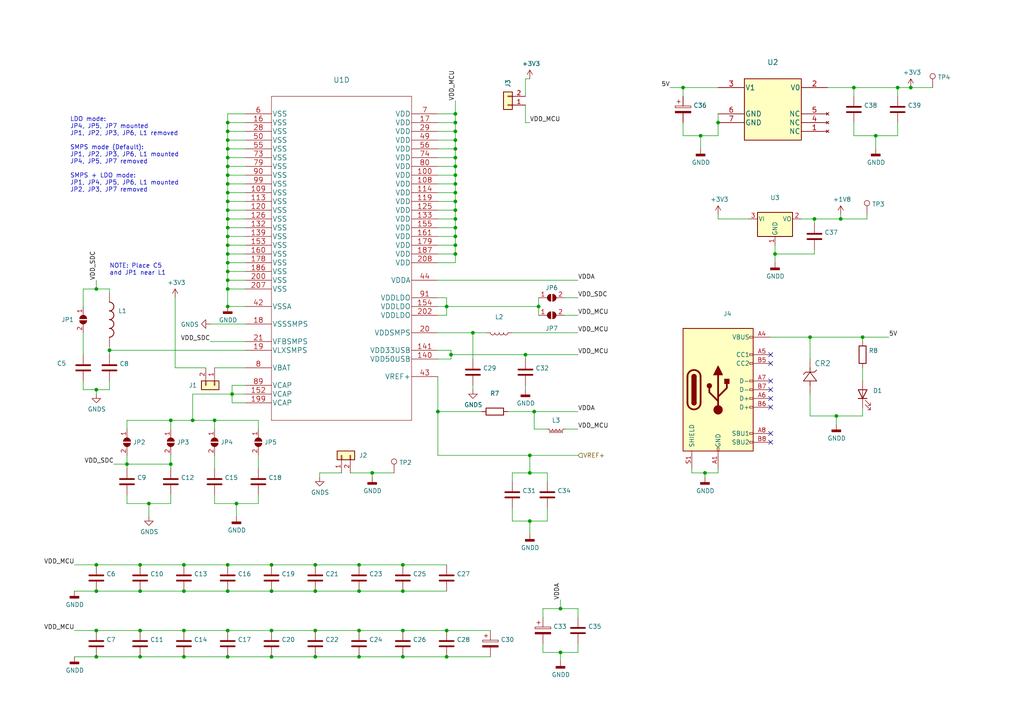
<source format=kicad_sch>
(kicad_sch (version 20211123) (generator eeschema)
  (paper "A4")
  (title_block (title "Power") (date "2021-11-20") (rev "Rev. 1") (company "HardGFX") (comment 1 "Esp. Eng. Sciarrone, Hanes Nahuel") (comment 2 "Magister in embedded systems") (comment 3 "UBA - Facultad de Ingeniería"))
  (junction (at 66.04 53.34))
  (junction (at 66.04 55.88))
  (junction (at 27.94 113.03))
  (junction (at 78.74 171.45))
  (junction (at 116.84 182.88))
  (junction (at 236.22 63.5))
  (junction (at 49.53 134.62))
  (junction (at 40.64 163.83))
  (junction (at 130.81 102.87))
  (junction (at 104.14 171.45))
  (junction (at 153.67 132.08))
  (junction (at 250.19 97.79))
  (junction (at 66.04 76.2))
  (junction (at 264.16 25.4))
  (junction (at 66.04 63.5))
  (junction (at 66.04 60.96))
  (junction (at 91.44 163.83))
  (junction (at 66.04 35.56))
  (junction (at 66.04 88.9))
  (junction (at 132.08 66.04))
  (junction (at 40.64 190.5))
  (junction (at 104.14 190.5))
  (junction (at 204.47 137.16))
  (junction (at 132.08 35.56))
  (junction (at 66.04 182.88))
  (junction (at 66.04 81.28))
  (junction (at 132.08 33.02))
  (junction (at 127 119.38))
  (junction (at 132.08 50.8))
  (junction (at 132.08 68.58))
  (junction (at 208.28 35.56))
  (junction (at 66.04 171.45))
  (junction (at 31.75 101.6))
  (junction (at 132.08 55.88))
  (junction (at 36.83 134.62))
  (junction (at 242.57 120.65))
  (junction (at 132.08 45.72))
  (junction (at 53.34 171.45))
  (junction (at 66.04 190.5))
  (junction (at 27.94 190.5))
  (junction (at 66.04 83.82))
  (junction (at 132.08 58.42))
  (junction (at 203.2 39.37))
  (junction (at 55.88 121.92))
  (junction (at 43.18 146.05))
  (junction (at 132.08 40.64))
  (junction (at 247.65 25.4))
  (junction (at 132.08 43.18))
  (junction (at 104.14 163.83))
  (junction (at 254 39.37))
  (junction (at 66.04 50.8))
  (junction (at 162.56 189.23))
  (junction (at 27.94 163.83))
  (junction (at 129.54 182.88))
  (junction (at 27.94 182.88))
  (junction (at 66.04 48.26))
  (junction (at 66.04 66.04))
  (junction (at 40.64 171.45))
  (junction (at 53.34 190.5))
  (junction (at 132.08 73.66))
  (junction (at 91.44 171.45))
  (junction (at 243.84 63.5))
  (junction (at 67.31 114.3))
  (junction (at 68.58 146.05))
  (junction (at 137.16 96.52))
  (junction (at 152.4 102.87))
  (junction (at 132.08 38.1))
  (junction (at 234.95 97.79))
  (junction (at 66.04 45.72))
  (junction (at 116.84 163.83))
  (junction (at 27.94 83.82))
  (junction (at 129.54 88.9))
  (junction (at 132.08 53.34))
  (junction (at 91.44 190.5))
  (junction (at 66.04 40.64))
  (junction (at 91.44 182.88))
  (junction (at 154.94 119.38))
  (junction (at 66.04 68.58))
  (junction (at 78.74 190.5))
  (junction (at 132.08 60.96))
  (junction (at 156.21 88.9))
  (junction (at 129.54 190.5))
  (junction (at 27.94 171.45))
  (junction (at 78.74 182.88))
  (junction (at 62.23 121.92))
  (junction (at 153.67 137.16))
  (junction (at 66.04 43.18))
  (junction (at 66.04 38.1))
  (junction (at 40.64 182.88))
  (junction (at 53.34 182.88))
  (junction (at 66.04 71.12))
  (junction (at 153.67 151.13))
  (junction (at 53.34 163.83))
  (junction (at 260.35 25.4))
  (junction (at 132.08 48.26))
  (junction (at 66.04 163.83))
  (junction (at 198.12 25.4))
  (junction (at 116.84 171.45))
  (junction (at 66.04 78.74))
  (junction (at 107.95 137.16))
  (junction (at 66.04 73.66))
  (junction (at 162.56 176.53))
  (junction (at 78.74 163.83))
  (junction (at 132.08 71.12))
  (junction (at 224.79 73.66))
  (junction (at 116.84 190.5))
  (junction (at 104.14 182.88))
  (junction (at 49.53 121.92))
  (junction (at 132.08 63.5))
  (junction (at 66.04 58.42))
  (no_connect (at 223.52 110.49))
  (no_connect (at 223.52 113.03))
  (no_connect (at 223.52 115.57))
  (no_connect (at 223.52 128.27))
  (no_connect (at 223.52 105.41))
  (no_connect (at 223.52 125.73))
  (no_connect (at 223.52 118.11))
  (no_connect (at 223.52 102.87))
  (wire (pts (xy 242.57 120.65) (xy 242.57 123.19)))
  (wire (pts (xy 162.56 189.23) (xy 162.56 191.77)))
  (wire (pts (xy 132.08 58.42) (xy 132.08 55.88)))
  (wire (pts (xy 250.19 118.11) (xy 250.19 120.65)))
  (wire (pts (xy 31.75 113.03) (xy 27.94 113.03)))
  (wire (pts (xy 71.12 68.58) (xy 66.04 68.58)))
  (wire (pts (xy 224.79 76.2) (xy 224.79 73.66)))
  (wire (pts (xy 60.96 99.06) (xy 71.12 99.06)))
  (wire (pts (xy 62.23 106.68) (xy 71.12 106.68)))
  (wire (pts (xy 198.12 25.4) (xy 198.12 27.94)))
  (wire (pts (xy 74.93 146.05) (xy 68.58 146.05)))
  (wire (pts (xy 27.94 163.83) (xy 21.59 163.83)))
  (wire (pts (xy 132.08 76.2) (xy 132.08 73.66)))
  (wire (pts (xy 127 38.1) (xy 132.08 38.1)))
  (wire (pts (xy 49.53 135.89) (xy 49.53 134.62)))
  (wire (pts (xy 49.53 134.62) (xy 36.83 134.62)))
  (wire (pts (xy 127 68.58) (xy 132.08 68.58)))
  (wire (pts (xy 71.12 58.42) (xy 66.04 58.42)))
  (wire (pts (xy 66.04 68.58) (xy 66.04 71.12)))
  (wire (pts (xy 24.13 113.03) (xy 27.94 113.03)))
  (wire (pts (xy 148.59 151.13) (xy 153.67 151.13)))
  (wire (pts (xy 204.47 137.16) (xy 204.47 138.43)))
  (wire (pts (xy 132.08 48.26) (xy 132.08 45.72)))
  (wire (pts (xy 71.12 35.56) (xy 66.04 35.56)))
  (wire (pts (xy 66.04 45.72) (xy 66.04 48.26)))
  (wire (pts (xy 74.93 132.08) (xy 74.93 135.89)))
  (wire (pts (xy 250.19 97.79) (xy 250.19 99.06)))
  (wire (pts (xy 137.16 96.52) (xy 127 96.52)))
  (wire (pts (xy 132.08 33.02) (xy 132.08 29.21)))
  (wire (pts (xy 152.4 30.48) (xy 152.4 35.56)))
  (wire (pts (xy 129.54 171.45) (xy 116.84 171.45)))
  (wire (pts (xy 67.31 114.3) (xy 67.31 116.84)))
  (wire (pts (xy 71.12 50.8) (xy 66.04 50.8)))
  (wire (pts (xy 99.06 137.16) (xy 92.71 137.16)))
  (wire (pts (xy 200.66 137.16) (xy 204.47 137.16)))
  (wire (pts (xy 116.84 182.88) (xy 104.14 182.88)))
  (wire (pts (xy 71.12 81.28) (xy 66.04 81.28)))
  (wire (pts (xy 31.75 102.87) (xy 31.75 101.6)))
  (wire (pts (xy 208.28 33.02) (xy 208.28 35.56)))
  (wire (pts (xy 53.34 182.88) (xy 66.04 182.88)))
  (wire (pts (xy 152.4 111.76) (xy 152.4 113.03)))
  (wire (pts (xy 142.24 190.5) (xy 129.54 190.5)))
  (wire (pts (xy 127 66.04) (xy 132.08 66.04)))
  (wire (pts (xy 50.8 106.68) (xy 59.69 106.68)))
  (wire (pts (xy 251.46 63.5) (xy 251.46 62.23)))
  (wire (pts (xy 49.53 134.62) (xy 49.53 132.08)))
  (wire (pts (xy 71.12 60.96) (xy 66.04 60.96)))
  (wire (pts (xy 132.08 71.12) (xy 132.08 68.58)))
  (wire (pts (xy 247.65 25.4) (xy 260.35 25.4)))
  (wire (pts (xy 158.75 124.46) (xy 154.94 124.46)))
  (wire (pts (xy 208.28 39.37) (xy 203.2 39.37)))
  (wire (pts (xy 127 48.26) (xy 132.08 48.26)))
  (wire (pts (xy 104.14 190.5) (xy 91.44 190.5)))
  (wire (pts (xy 129.54 190.5) (xy 116.84 190.5)))
  (wire (pts (xy 234.95 97.79) (xy 250.19 97.79)))
  (wire (pts (xy 33.02 134.62) (xy 36.83 134.62)))
  (wire (pts (xy 71.12 55.88) (xy 66.04 55.88)))
  (wire (pts (xy 127 33.02) (xy 132.08 33.02)))
  (wire (pts (xy 36.83 134.62) (xy 36.83 132.08)))
  (wire (pts (xy 71.12 101.6) (xy 31.75 101.6)))
  (wire (pts (xy 129.54 91.44) (xy 127 91.44)))
  (wire (pts (xy 153.67 132.08) (xy 127 132.08)))
  (wire (pts (xy 91.44 190.5) (xy 78.74 190.5)))
  (wire (pts (xy 153.67 132.08) (xy 153.67 137.16)))
  (wire (pts (xy 158.75 137.16) (xy 158.75 139.7)))
  (wire (pts (xy 130.81 104.14) (xy 127 104.14)))
  (wire (pts (xy 127 58.42) (xy 132.08 58.42)))
  (wire (pts (xy 27.94 190.5) (xy 21.59 190.5)))
  (wire (pts (xy 250.19 106.68) (xy 250.19 110.49)))
  (wire (pts (xy 40.64 182.88) (xy 53.34 182.88)))
  (wire (pts (xy 67.31 111.76) (xy 67.31 114.3)))
  (wire (pts (xy 71.12 83.82) (xy 66.04 83.82)))
  (wire (pts (xy 208.28 62.23) (xy 208.28 63.5)))
  (wire (pts (xy 50.8 86.36) (xy 50.8 106.68)))
  (wire (pts (xy 62.23 146.05) (xy 68.58 146.05)))
  (wire (pts (xy 132.08 60.96) (xy 132.08 58.42)))
  (wire (pts (xy 236.22 72.39) (xy 236.22 73.66)))
  (wire (pts (xy 66.04 40.64) (xy 66.04 43.18)))
  (wire (pts (xy 66.04 71.12) (xy 66.04 73.66)))
  (wire (pts (xy 66.04 53.34) (xy 66.04 55.88)))
  (wire (pts (xy 24.13 83.82) (xy 27.94 83.82)))
  (wire (pts (xy 127 73.66) (xy 132.08 73.66)))
  (wire (pts (xy 132.08 40.64) (xy 132.08 38.1)))
  (wire (pts (xy 66.04 78.74) (xy 66.04 81.28)))
  (wire (pts (xy 68.58 146.05) (xy 68.58 149.86)))
  (wire (pts (xy 24.13 96.52) (xy 24.13 102.87)))
  (wire (pts (xy 234.95 104.14) (xy 234.95 97.79)))
  (wire (pts (xy 66.04 182.88) (xy 78.74 182.88)))
  (wire (pts (xy 66.04 58.42) (xy 66.04 60.96)))
  (wire (pts (xy 66.04 83.82) (xy 66.04 88.9)))
  (wire (pts (xy 127 119.38) (xy 127 109.22)))
  (wire (pts (xy 24.13 88.9) (xy 24.13 83.82)))
  (wire (pts (xy 31.75 85.09) (xy 31.75 83.82)))
  (wire (pts (xy 71.12 63.5) (xy 66.04 63.5)))
  (wire (pts (xy 71.12 43.18) (xy 66.04 43.18)))
  (wire (pts (xy 208.28 25.4) (xy 198.12 25.4)))
  (wire (pts (xy 158.75 151.13) (xy 158.75 147.32)))
  (wire (pts (xy 71.12 73.66) (xy 66.04 73.66)))
  (wire (pts (xy 250.19 120.65) (xy 242.57 120.65)))
  (wire (pts (xy 127 55.88) (xy 132.08 55.88)))
  (wire (pts (xy 66.04 66.04) (xy 66.04 68.58)))
  (wire (pts (xy 147.32 119.38) (xy 154.94 119.38)))
  (wire (pts (xy 62.23 135.89) (xy 62.23 132.08)))
  (wire (pts (xy 200.66 135.89) (xy 200.66 137.16)))
  (wire (pts (xy 132.08 38.1) (xy 132.08 35.56)))
  (wire (pts (xy 254 39.37) (xy 254 43.18)))
  (wire (pts (xy 154.94 124.46) (xy 154.94 119.38)))
  (wire (pts (xy 162.56 176.53) (xy 162.56 173.99)))
  (wire (pts (xy 127 86.36) (xy 129.54 86.36)))
  (wire (pts (xy 257.81 97.79) (xy 250.19 97.79)))
  (wire (pts (xy 91.44 182.88) (xy 104.14 182.88)))
  (wire (pts (xy 71.12 66.04) (xy 66.04 66.04)))
  (wire (pts (xy 27.94 113.03) (xy 27.94 114.3)))
  (wire (pts (xy 55.88 121.92) (xy 62.23 121.92)))
  (wire (pts (xy 152.4 35.56) (xy 153.67 35.56)))
  (wire (pts (xy 71.12 45.72) (xy 66.04 45.72)))
  (wire (pts (xy 154.94 119.38) (xy 167.64 119.38)))
  (wire (pts (xy 139.7 119.38) (xy 127 119.38)))
  (wire (pts (xy 260.35 27.94) (xy 260.35 25.4)))
  (wire (pts (xy 208.28 135.89) (xy 208.28 137.16)))
  (wire (pts (xy 127 71.12) (xy 132.08 71.12)))
  (wire (pts (xy 71.12 114.3) (xy 67.31 114.3)))
  (wire (pts (xy 36.83 135.89) (xy 36.83 134.62)))
  (wire (pts (xy 78.74 190.5) (xy 66.04 190.5)))
  (wire (pts (xy 66.04 50.8) (xy 66.04 53.34)))
  (wire (pts (xy 66.04 171.45) (xy 53.34 171.45)))
  (wire (pts (xy 71.12 53.34) (xy 66.04 53.34)))
  (wire (pts (xy 247.65 39.37) (xy 254 39.37)))
  (wire (pts (xy 66.04 55.88) (xy 66.04 58.42)))
  (wire (pts (xy 156.21 86.36) (xy 156.21 88.9)))
  (wire (pts (xy 27.94 182.88) (xy 40.64 182.88)))
  (wire (pts (xy 36.83 143.51) (xy 36.83 146.05)))
  (wire (pts (xy 132.08 68.58) (xy 132.08 66.04)))
  (wire (pts (xy 157.48 179.07) (xy 157.48 176.53)))
  (wire (pts (xy 116.84 163.83) (xy 104.14 163.83)))
  (wire (pts (xy 71.12 40.64) (xy 66.04 40.64)))
  (wire (pts (xy 234.95 120.65) (xy 242.57 120.65)))
  (wire (pts (xy 167.64 96.52) (xy 148.59 96.52)))
  (wire (pts (xy 260.35 35.56) (xy 260.35 39.37)))
  (wire (pts (xy 132.08 35.56) (xy 132.08 33.02)))
  (wire (pts (xy 152.4 22.86) (xy 153.67 22.86)))
  (wire (pts (xy 49.53 146.05) (xy 43.18 146.05)))
  (wire (pts (xy 129.54 88.9) (xy 129.54 91.44)))
  (wire (pts (xy 71.12 48.26) (xy 66.04 48.26)))
  (wire (pts (xy 66.04 190.5) (xy 53.34 190.5)))
  (wire (pts (xy 36.83 121.92) (xy 49.53 121.92)))
  (wire (pts (xy 66.04 73.66) (xy 66.04 76.2)))
  (wire (pts (xy 260.35 25.4) (xy 264.16 25.4)))
  (wire (pts (xy 198.12 39.37) (xy 203.2 39.37)))
  (wire (pts (xy 71.12 38.1) (xy 66.04 38.1)))
  (wire (pts (xy 130.81 102.87) (xy 130.81 104.14)))
  (wire (pts (xy 53.34 171.45) (xy 40.64 171.45)))
  (wire (pts (xy 127 60.96) (xy 132.08 60.96)))
  (wire (pts (xy 116.84 190.5) (xy 104.14 190.5)))
  (wire (pts (xy 101.6 137.16) (xy 107.95 137.16)))
  (wire (pts (xy 67.31 114.3) (xy 55.88 114.3)))
  (wire (pts (xy 127 63.5) (xy 132.08 63.5)))
  (wire (pts (xy 66.04 33.02) (xy 66.04 35.56)))
  (wire (pts (xy 223.52 97.79) (xy 234.95 97.79)))
  (wire (pts (xy 140.97 96.52) (xy 137.16 96.52)))
  (wire (pts (xy 55.88 114.3) (xy 55.88 121.92)))
  (wire (pts (xy 49.53 121.92) (xy 49.53 124.46)))
  (wire (pts (xy 152.4 27.94) (xy 152.4 22.86)))
  (wire (pts (xy 163.83 86.36) (xy 167.64 86.36)))
  (wire (pts (xy 129.54 163.83) (xy 116.84 163.83)))
  (wire (pts (xy 236.22 73.66) (xy 224.79 73.66)))
  (wire (pts (xy 153.67 151.13) (xy 158.75 151.13)))
  (wire (pts (xy 71.12 78.74) (xy 66.04 78.74)))
  (wire (pts (xy 71.12 93.98) (xy 60.96 93.98)))
  (wire (pts (xy 156.21 88.9) (xy 129.54 88.9)))
  (wire (pts (xy 78.74 182.88) (xy 91.44 182.88)))
  (wire (pts (xy 92.71 137.16) (xy 92.71 138.43)))
  (wire (pts (xy 157.48 186.69) (xy 157.48 189.23)))
  (wire (pts (xy 21.59 182.88) (xy 27.94 182.88)))
  (wire (pts (xy 40.64 163.83) (xy 27.94 163.83)))
  (wire (pts (xy 74.93 143.51) (xy 74.93 146.05)))
  (wire (pts (xy 66.04 76.2) (xy 66.04 78.74)))
  (wire (pts (xy 127 35.56) (xy 132.08 35.56)))
  (wire (pts (xy 243.84 63.5) (xy 251.46 63.5)))
  (wire (pts (xy 66.04 81.28) (xy 66.04 83.82)))
  (wire (pts (xy 127 43.18) (xy 132.08 43.18)))
  (wire (pts (xy 66.04 43.18) (xy 66.04 45.72)))
  (wire (pts (xy 74.93 121.92) (xy 62.23 121.92)))
  (wire (pts (xy 71.12 71.12) (xy 66.04 71.12)))
  (wire (pts (xy 66.04 48.26) (xy 66.04 50.8)))
  (wire (pts (xy 114.3 137.16) (xy 107.95 137.16)))
  (wire (pts (xy 74.93 124.46) (xy 74.93 121.92)))
  (wire (pts (xy 66.04 60.96) (xy 66.04 63.5)))
  (wire (pts (xy 71.12 111.76) (xy 67.31 111.76)))
  (wire (pts (xy 62.23 121.92) (xy 62.23 124.46)))
  (wire (pts (xy 71.12 88.9) (xy 66.04 88.9)))
  (wire (pts (xy 132.08 53.34) (xy 132.08 50.8)))
  (wire (pts (xy 137.16 113.03) (xy 137.16 111.76)))
  (wire (pts (xy 260.35 39.37) (xy 254 39.37)))
  (wire (pts (xy 194.31 25.4) (xy 198.12 25.4)))
  (wire (pts (xy 247.65 25.4) (xy 247.65 27.94)))
  (wire (pts (xy 91.44 163.83) (xy 78.74 163.83)))
  (wire (pts (xy 232.41 63.5) (xy 236.22 63.5)))
  (wire (pts (xy 153.67 151.13) (xy 153.67 154.94)))
  (wire (pts (xy 167.64 176.53) (xy 162.56 176.53)))
  (wire (pts (xy 132.08 45.72) (xy 132.08 43.18)))
  (wire (pts (xy 129.54 182.88) (xy 116.84 182.88)))
  (wire (pts (xy 71.12 76.2) (xy 66.04 76.2)))
  (wire (pts (xy 24.13 110.49) (xy 24.13 113.03)))
  (wire (pts (xy 167.64 81.28) (xy 127 81.28)))
  (wire (pts (xy 27.94 83.82) (xy 27.94 81.28)))
  (wire (pts (xy 167.64 132.08) (xy 153.67 132.08)))
  (wire (pts (xy 31.75 83.82) (xy 27.94 83.82)))
  (wire (pts (xy 127 45.72) (xy 132.08 45.72)))
  (wire (pts (xy 127 76.2) (xy 132.08 76.2)))
  (wire (pts (xy 43.18 146.05) (xy 43.18 149.86)))
  (wire (pts (xy 247.65 35.56) (xy 247.65 39.37)))
  (wire (pts (xy 71.12 33.02) (xy 66.04 33.02)))
  (wire (pts (xy 40.64 190.5) (xy 27.94 190.5)))
  (wire (pts (xy 208.28 35.56) (xy 208.28 39.37)))
  (wire (pts (xy 132.08 55.88) (xy 132.08 53.34)))
  (wire (pts (xy 137.16 104.14) (xy 137.16 96.52)))
  (wire (pts (xy 36.83 124.46) (xy 36.83 121.92)))
  (wire (pts (xy 152.4 104.14) (xy 152.4 102.87)))
  (wire (pts (xy 224.79 73.66) (xy 224.79 71.12)))
  (wire (pts (xy 127 132.08) (xy 127 119.38)))
  (wire (pts (xy 78.74 163.83) (xy 66.04 163.83)))
  (wire (pts (xy 132.08 73.66) (xy 132.08 71.12)))
  (wire (pts (xy 132.08 50.8) (xy 132.08 48.26)))
  (wire (pts (xy 49.53 143.51) (xy 49.53 146.05)))
  (wire (pts (xy 40.64 171.45) (xy 27.94 171.45)))
  (wire (pts (xy 31.75 100.33) (xy 31.75 101.6)))
  (wire (pts (xy 142.24 182.88) (xy 129.54 182.88)))
  (wire (pts (xy 167.64 91.44) (xy 163.83 91.44)))
  (wire (pts (xy 66.04 35.56) (xy 66.04 38.1)))
  (wire (pts (xy 130.81 102.87) (xy 152.4 102.87)))
  (wire (pts (xy 127 88.9) (xy 129.54 88.9)))
  (wire (pts (xy 132.08 43.18) (xy 132.08 40.64)))
  (wire (pts (xy 208.28 137.16) (xy 204.47 137.16)))
  (wire (pts (xy 66.04 163.83) (xy 53.34 163.83)))
  (wire (pts (xy 167.64 124.46) (xy 163.83 124.46)))
  (wire (pts (xy 116.84 171.45) (xy 104.14 171.45)))
  (wire (pts (xy 167.64 179.07) (xy 167.64 176.53)))
  (wire (pts (xy 152.4 102.87) (xy 167.64 102.87)))
  (wire (pts (xy 208.28 63.5) (xy 217.17 63.5)))
  (wire (pts (xy 148.59 139.7) (xy 148.59 137.16)))
  (wire (pts (xy 236.22 64.77) (xy 236.22 63.5)))
  (wire (pts (xy 66.04 38.1) (xy 66.04 40.64)))
  (wire (pts (xy 157.48 176.53) (xy 162.56 176.53)))
  (wire (pts (xy 236.22 63.5) (xy 243.84 63.5)))
  (wire (pts (xy 240.03 25.4) (xy 247.65 25.4)))
  (wire (pts (xy 234.95 114.3) (xy 234.95 120.65)))
  (wire (pts (xy 67.31 116.84) (xy 71.12 116.84)))
  (wire (pts (xy 78.74 171.45) (xy 66.04 171.45)))
  (wire (pts (xy 157.48 189.23) (xy 162.56 189.23)))
  (wire (pts (xy 53.34 163.83) (xy 40.64 163.83)))
  (wire (pts (xy 104.14 171.45) (xy 91.44 171.45)))
  (wire (pts (xy 153.67 137.16) (xy 158.75 137.16)))
  (wire (pts (xy 198.12 35.56) (xy 198.12 39.37)))
  (wire (pts (xy 127 50.8) (xy 132.08 50.8)))
  (wire (pts (xy 62.23 143.51) (xy 62.23 146.05)))
  (wire (pts (xy 132.08 66.04) (xy 132.08 63.5)))
  (wire (pts (xy 127 40.64) (xy 132.08 40.64)))
  (wire (pts (xy 243.84 63.5) (xy 243.84 62.23)))
  (wire (pts (xy 148.59 137.16) (xy 153.67 137.16)))
  (wire (pts (xy 66.04 63.5) (xy 66.04 66.04)))
  (wire (pts (xy 130.81 101.6) (xy 130.81 102.87)))
  (wire (pts (xy 91.44 171.45) (xy 78.74 171.45)))
  (wire (pts (xy 129.54 86.36) (xy 129.54 88.9)))
  (wire (pts (xy 203.2 39.37) (xy 203.2 43.18)))
  (wire (pts (xy 36.83 146.05) (xy 43.18 146.05)))
  (wire (pts (xy 107.95 137.16) (xy 107.95 138.43)))
  (wire (pts (xy 53.34 190.5) (xy 40.64 190.5)))
  (wire (pts (xy 31.75 110.49) (xy 31.75 113.03)))
  (wire (pts (xy 27.94 171.45) (xy 21.59 171.45)))
  (wire (pts (xy 127 53.34) (xy 132.08 53.34)))
  (wire (pts (xy 132.08 63.5) (xy 132.08 60.96)))
  (wire (pts (xy 104.14 163.83) (xy 91.44 163.83)))
  (wire (pts (xy 167.64 189.23) (xy 162.56 189.23)))
  (wire (pts (xy 156.21 88.9) (xy 156.21 91.44)))
  (wire (pts (xy 167.64 186.69) (xy 167.64 189.23)))
  (wire (pts (xy 264.16 25.4) (xy 270.51 25.4)))
  (wire (pts (xy 127 101.6) (xy 130.81 101.6)))
  (wire (pts (xy 148.59 147.32) (xy 148.59 151.13)))
  (wire (pts (xy 49.53 121.92) (xy 55.88 121.92)))
  (text "LDO mode:\nJP4, JP5, JP7 mounted\nJP1, JP2, JP3, JP6, L1 removed\n\nSMPS mode (Default):\nJP1, JP2, JP3, JP6, L1 mounted\nJP4, JP5, JP7 removed\n\nSMPS + LDO mode:\nJP1, JP4, JP5, JP6, L1 mounted\nJP2, JP3, JP7 removed" (at 20.32 55.88 0) (effects (font (size 1.27 1.27)) (justify left bottom)))
  (text "NOTE: Place C5 \nand JP1 near L1" (at 31.75 80.01 0) (effects (font (size 1.27 1.27)) (justify left bottom)))
  (label "VDDA" (at 167.64 81.28 0))
  (label "VDD_MCU" (at 21.59 182.88 180))
  (label "VDD_MCU" (at 167.64 102.87 0))
  (label "VDDA" (at 167.64 119.38 0))
  (label "VDD_SDC" (at 167.64 86.36 0))
  (label "VDD_MCU" (at 153.67 35.56 0))
  (label "VDD_MCU" (at 132.08 29.21 90))
  (label "VDD_SDC" (at 27.94 81.28 90))
  (label "5V" (at 257.81 97.79 0))
  (label "VDDA" (at 162.56 173.99 90))
  (label "5V" (at 194.31 25.4 180))
  (label "VDD_SDC" (at 60.96 99.06 180))
  (label "VDD_MCU" (at 21.59 163.83 180))
  (label "VDD_MCU" (at 167.64 96.52 0))
  (label "VDD_SDC" (at 33.02 134.62 180))
  (label "VDD_MCU" (at 167.64 91.44 0))
  (label "VDD_MCU" (at 167.64 124.46 0))
  (hierarchical_label "VREF+" (shape input) (at 167.64 132.08 0))
  (symbol (lib_id "Connector:USB_C_Receptacle_USB2.0") (at 208.28 113.03 0) (unit 1)
    (property "Reference" "J4" (at 210.9978 91.0082 0))
    (property "Datasheet" "https://www.amphenol-icc.com/media/wysiwyg/files/drawing/12401610e4x2a.pdf" (effects hide))
    (property "MANUFACTURER" "Amphenol ICC (Commercial Products)" (effects hide))
    (property "digikey#" "12401610E4#2ACT-ND" (effects hide))
    (property "manf#" "12401610E4#2A" (effects hide))
    (property "mouser#" "523-12401610E4#2A" (effects hide))
  )
  (symbol (lib_id "STM32H745BIT3:STM32H745BIT3") (at 71.12 33.02 0) (unit 4)
    (property "Reference" "U1" (at 99.06 23.1902 0) (effects (font (size 1.524 1.524))))
    (property "Datasheet" "https://www.st.com/resource/en/datasheet/stm32h745bi.pdf" (effects hide))
    (property "manf#" "STM32H745BIT6 " (effects hide))
    (property "MANUFACTURER" "STMicroelectronics " (effects hide))
  )
  (symbol (lib_id "power:GNDD") (at 66.04 88.9 0) (unit 1)
    (property "Reference" "#PWR0109" (effects hide))
  )
  (symbol (lib_id "Jumper:SolderJumper_2_Open") (at 160.02 86.36 0) (unit 1)
    (property "Reference" "JP6" (at 160.02 83.4898 0))
    (property "Datasheet" "-" (effects hide))
  )
  (symbol (lib_id "Jumper:SolderJumper_2_Open") (at 160.02 91.44 0) (unit 1)
    (property "Reference" "JP7" (at 160.02 95.25 0))
    (property "Datasheet" "-" (effects hide))
  )
  (symbol (lib_id "Jumper:SolderJumper_2_Open") (at 74.93 128.27 270) (unit 1)
    (property "Reference" "JP5" (at 76.6572 128.27 90) (effects (justify left)))
    (property "Datasheet" "-" (effects hide))
  )
  (symbol (lib_id "Jumper:SolderJumper_2_Open") (at 62.23 128.27 270) (unit 1)
    (property "Reference" "JP4" (at 63.9572 128.27 90) (effects (justify left)))
    (property "Datasheet" "-" (effects hide))
  )
  (symbol (lib_id "Jumper:SolderJumper_2_Open") (at 49.53 128.27 270) (unit 1)
    (property "Reference" "JP3" (at 51.2572 128.27 90) (effects (justify left)))
    (property "Datasheet" "-" (effects hide))
  )
  (symbol (lib_id "Jumper:SolderJumper_2_Open") (at 36.83 128.27 270) (unit 1)
    (property "Reference" "JP2" (at 38.5572 128.27 90) (effects (justify left)))
    (property "Datasheet" "-" (effects hide))
  )
  (symbol (lib_id "power:GNDD") (at 68.58 149.86 0) (unit 1)
    (property "Reference" "#PWR0110" (effects hide))
  )
  (symbol (lib_id "power:GNDS") (at 43.18 149.86 0) (unit 1)
    (property "Reference" "#PWR0111" (effects hide))
  )
  (symbol (lib_id "Device:C") (at 74.93 139.7 0) (unit 1)
    (property "Reference" "C18" (at 77.851 138.5316 0) (effects (justify left)))
    (property "Datasheet" "https://www.yageo.com/upload/media/product/productsearch/datasheet/mlcc/UPY-GPHC_X5R_4V-to-50V_26.pdf" (effects hide))
    (property "MANUFACTURER" "YAGEO" (effects hide))
    (property "digikey#" "311-1451-1-ND" (effects hide))
    (property "manf#" "CC0603KRX5R6BB225" (effects hide))
    (property "mouser#" "603-CC603KRX5R6BB225" (effects hide))
  )
  (symbol (lib_id "Device:C") (at 62.23 139.7 0) (unit 1)
    (property "Reference" "C15" (at 65.151 138.5316 0) (effects (justify left)))
    (property "Datasheet" "https://www.yageo.com/upload/media/product/productsearch/datasheet/mlcc/UPY-GPHC_X5R_4V-to-50V_26.pdf" (effects hide))
    (property "MANUFACTURER" "YAGEO" (effects hide))
    (property "digikey#" "311-1451-1-ND" (effects hide))
    (property "manf#" "CC0603KRX5R6BB225" (effects hide))
    (property "mouser#" "603-CC603KRX5R6BB225" (effects hide))
  )
  (symbol (lib_id "Device:C") (at 49.53 139.7 0) (unit 1)
    (property "Reference" "C12" (at 52.451 138.5316 0) (effects (justify left)))
    (property "Datasheet" "https://pdf1.alldatasheet.net/datasheet-pdf/view/1194724/MURATA1/GRM219R60J475ME19D.html" (effects hide))
    (property "MANUFACTURER" "Murata Electronics" (effects hide))
    (property "digikey#" "490-GRM219R60J475ME19DTR-ND" (effects hide))
    (property "manf#" "GRM219R60J475ME19D " (effects hide))
    (property "mouser#" "81-GRM219R60J475ME9D" (effects hide))
  )
  (symbol (lib_id "Device:C") (at 36.83 139.7 0) (unit 1)
    (property "Reference" "C9" (at 39.751 138.5316 0) (effects (justify left)))
    (property "Datasheet" "https://pdf1.alldatasheet.net/datasheet-pdf/view/1194724/MURATA1/GRM219R60J475ME19D.html" (effects hide))
    (property "MANUFACTURER" "Murata Electronics" (effects hide))
    (property "digikey#" "490-GRM219R60J475ME19DTR-ND" (effects hide))
    (property "manf#" "GRM219R60J475ME19D " (effects hide))
    (property "mouser#" "81-GRM219R60J475ME9D" (effects hide))
  )
  (symbol (lib_id "power:GNDD") (at 204.47 138.43 0) (unit 1)
    (property "Reference" "#PWR0130" (effects hide))
  )
  (symbol (lib_id "ESDA7P60-1U1M:ESDA7P60-1U1M") (at 234.95 104.14 270) (unit 1)
    (property "Reference" "CR2" (at 236.22 105.41 90) (effects (font (size 1.524 1.524)) (justify left)))
    (property "Datasheet" "https://www.st.com/resource/en/datasheet/esda7p60-1u1m.pdf" (effects hide))
    (property "MANUFACTURER" "STMicroelectronics " (effects hide))
    (property "digikey#" "497-16253-1-ND" (effects hide))
    (property "manf#" "ESDA7P60-1U1M" (effects hide))
    (property "mouser#" "511-ESDA7P60-1U1M" (effects hide))
  )
  (symbol (lib_id "power:GNDD") (at 242.57 123.19 0) (unit 1)
    (property "Reference" "#PWR0131" (effects hide))
  )
  (symbol (lib_id "Device:R") (at 250.19 102.87 0) (unit 1)
    (property "Reference" "R8" (at 251.968 101.7016 0) (effects (justify left)))
    (property "Datasheet" "https://www.yageo.com/upload/media/product/productsearch/datasheet/rchip/PYu-RC_Group_51_RoHS_L_11.pdf" (effects hide))
    (property "MANUFACTURER" "YAGEO" (effects hide))
    (property "digikey#" "311-1.00KHRCT-ND" (effects hide))
    (property "manf#" "RC0603FR-071KL" (effects hide))
    (property "mouser#" "603-RC0603FR-071KL" (effects hide))
  )
  (symbol (lib_id "Device:LED") (at 250.19 114.3 90) (unit 1)
    (property "Reference" "D1" (at 253.1872 113.3094 90) (effects (justify right)))
    (property "Datasheet" "https://www.we-online.com/katalog/datasheet/156120VS75000.pdf" (effects hide))
    (property "MANUFACTURER" "Würth Elektronik" (effects hide))
    (property "digikey#" "732-5032-1-ND" (effects hide))
    (property "manf#" "156120VS75000" (effects hide))
    (property "mouser#" "710-156120VS75000" (effects hide))
  )
  (symbol (lib_id "power:GNDS") (at 92.71 138.43 0) (unit 1)
    (property "Reference" "#PWR0112" (effects hide))
  )
  (symbol (lib_id "power:GNDD") (at 107.95 138.43 0) (unit 1)
    (property "Reference" "#PWR0113" (effects hide))
  )
  (symbol (lib_id "Device:R") (at 143.51 119.38 270) (unit 1)
    (property "Reference" "R7" (at 143.51 114.1222 90))
    (property "Datasheet" "https://fscdn.rohm.com/en/products/databook/datasheet/passive/resistor/chip_resistor/pmr-jpw-e.pdf" (effects hide))
    (property "MANUFACTURER" "Rohm Semiconductor" (effects hide))
    (property "digikey#" "PMR03EZPJ000-ND" (effects hide))
    (property "manf#" "PMR03EZPJ000" (effects hide))
    (property "mouser#" "755-PMR03EZPJ000" (effects hide))
  )
  (symbol (lib_id "Device:C") (at 152.4 107.95 0) (unit 1)
    (property "Reference" "C32" (at 155.321 106.7816 0) (effects (justify left)))
    (property "Datasheet" "https://www.yageo.com/upload/media/product/productsearch/datasheet/mlcc/UPY-GPHC_X5R_4V-to-50V_26.pdf" (effects hide))
    (property "MANUFACTURER" "YAGEO" (effects hide))
    (property "digikey#" "311-1444-1-ND" (effects hide))
    (property "manf#" "CC0603KRX5R7BB105" (effects hide))
    (property "mouser#" "603-CC603KRX5R7BB105" (effects hide))
  )
  (symbol (lib_id "power:GNDD") (at 152.4 113.03 0) (unit 1)
    (property "Reference" "#PWR0114" (effects hide))
  )
  (symbol (lib_id "hardgfx-black-rescue:L_Core_Ferrite_Small-Device") (at 161.29 124.46 270) (unit 1)
    (property "Reference" "L3" (at 161.29 121.92 90))
    (property "Datasheet" "https://www.fair-rite.com/wp-content/themes/fair-rite/print_product.php?pid=19043" (effects hide))
    (property "MANUFACTURER" "Fair-Rite" (effects hide))
    (property "manf#" "2506036017Y0" (effects hide))
    (property "mouser#" "623-2506036017Y0" (effects hide))
    (property "digikey#" "1934-1486-1-ND" (effects hide))
  )
  (symbol (lib_id "power:+3V3") (at 50.8 86.36 0) (unit 1)
    (property "Reference" "#PWR0115" (effects hide))
  )
  (symbol (lib_id "Device:L") (at 144.78 96.52 270) (unit 1)
    (property "Reference" "L2" (at 144.78 91.9226 90))
    (property "Datasheet" "https://pdf1.alldatasheet.com/datasheet-pdf/view/588704/TAIYO-YUDEN/FBMJ1608HM180NTR.html" (effects hide))
    (property "MANUFACTURER" "Taiyo Yuden" (effects hide))
    (property "digikey#" "587-3251-1-ND" (effects hide))
    (property "manf#" "FBMJ1608HM180NTR" (effects hide))
    (property "mouser#" "963-FBMJ1608HM180NTR" (effects hide))
  )
  (symbol (lib_id "Device:C") (at 137.16 107.95 0) (unit 1)
    (property "Reference" "C29" (at 140.081 106.7816 0) (effects (justify left)))
    (property "Datasheet" "https://www.murata.com/-/media/webrenewal/support/library/catalog/products/capacitor/ceramiccapacitor/c02e.ashx?la=en-us&cvid=20210120024548000000" (effects hide))
    (property "MANUFACTURER" "Murata Electronics" (effects hide))
    (property "digikey#" "490-3298-1-ND" (effects hide))
    (property "manf#" "GRM188R60G106ME47D" (effects hide))
    (property "mouser#" "81-GRM188R60G106ME47" (effects hide))
  )
  (symbol (lib_id "power:GNDS") (at 137.16 113.03 0) (unit 1)
    (property "Reference" "#PWR0116" (effects hide))
  )
  (symbol (lib_id "power:GNDS") (at 60.96 93.98 270) (unit 1)
    (property "Reference" "#PWR0117" (effects hide))
  )
  (symbol (lib_id "Jumper:SolderJumper_2_Open") (at 24.13 92.71 270) (unit 1)
    (property "Reference" "JP1" (at 17.78 92.71 90) (effects (justify left)))
    (property "Datasheet" "-" (effects hide))
  )
  (symbol (lib_id "Device:C") (at 24.13 106.68 0) (unit 1)
    (property "Reference" "C5" (at 16.51 105.41 0) (effects (justify left)))
    (property "Datasheet" "https://www.murata.com/-/media/webrenewal/support/library/catalog/products/capacitor/ceramiccapacitor/c02e.ashx?la=en-us&cvid=20210120024548000000" (effects hide))
    (property "MANUFACTURER" "Murata Electronics" (effects hide))
    (property "digikey#" "490-3896-1-ND" (effects hide))
    (property "manf#" "GRM188R60J106ME47D" (effects hide))
    (property "mouser#" "81-GRM188R60J106ME47" (effects hide))
  )
  (symbol (lib_id "power:GNDS") (at 27.94 114.3 0) (unit 1)
    (property "Reference" "#PWR0118" (effects hide))
  )
  (symbol (lib_id "LQM2MPN2R2NG0L:LQM2MPN2R2NG0L") (at 31.75 92.71 270) (unit 1)
    (property "Reference" "L1" (at 34.29 90.17 90) (effects (justify left)))
    (property "Datasheet" "~https://search.murata.co.jp/Ceramy/image/img/P02/JELF243B-0022.pdf" (effects hide))
    (property "MANUFACTURER" "Murata Electronics" (effects hide))
    (property "digikey#" "490-7786-1-ND" (effects hide))
    (property "manf#" "LQM2MPN2R2NG0L" (effects hide))
    (property "mouser#" "81-LQM2MPN2R2NG0L" (effects hide))
  )
  (symbol (lib_id "Device:C") (at 31.75 106.68 0) (unit 1)
    (property "Reference" "C8" (at 34.671 105.5116 0) (effects (justify left)))
    (property "Datasheet" "https://www.yageo.com/upload/media/product/productsearch/datasheet/mlcc/UPY-GP_NP0_16V-to-50V_18.pdf" (effects hide))
    (property "MANUFACTURER" "YAGEO" (effects hide))
    (property "digikey#" "311-1073-1-ND" (effects hide))
    (property "manf#" "CC0603JRNPO9BN221" (effects hide))
    (property "mouser#" "603-C0603JRNPO9BN221" (effects hide))
  )
  (symbol (lib_id "Device:C") (at 148.59 143.51 0) (unit 1)
    (property "Reference" "C31" (at 151.511 142.3416 0) (effects (justify left)))
    (property "Datasheet" "https://www.yageo.com/upload/media/product/productsearch/datasheet/mlcc/UPY-GPHC_X5R_4V-to-50V_26.pdf" (effects hide))
    (property "MANUFACTURER" "YAGEO" (effects hide))
    (property "digikey#" "311-1869-1-ND" (effects hide))
    (property "manf#" "CC0805KKX5R8BB106" (effects hide))
    (property "mouser#" "603-CC805KKX5R8BB106" (effects hide))
  )
  (symbol (lib_id "Device:C") (at 158.75 143.51 0) (unit 1)
    (property "Reference" "C34" (at 161.671 142.3416 0) (effects (justify left)))
    (property "Datasheet" "https://www.yageo.com/upload/media/product/productsearch/datasheet/mlcc/UPY-GPHC_X7R_6.3V-to-50V_20.pdf" (effects hide))
    (property "MANUFACTURER" "YAGEO" (effects hide))
    (property "digikey#" "311-1088-1-ND" (effects hide))
    (property "manf#" "CC0603KRX7R7BB104 " (effects hide))
    (property "mouser#" "603-CC603KRX7R7BB104 " (effects hide))
  )
  (symbol (lib_id "power:GNDD") (at 153.67 154.94 0) (unit 1)
    (property "Reference" "#PWR0119" (effects hide))
  )
  (symbol (lib_id "Device:C") (at 167.64 182.88 0) (unit 1)
    (property "Reference" "C35" (at 170.561 181.7116 0) (effects (justify left)))
    (property "Datasheet" "https://www.yageo.com/upload/media/product/productsearch/datasheet/mlcc/UPY-GPHC_X7R_6.3V-to-50V_20.pdf" (effects hide))
    (property "MANUFACTURER" "YAGEO" (effects hide))
    (property "digikey#" "311-1088-1-ND" (effects hide))
    (property "manf#" "CC0603KRX7R7BB104 " (effects hide))
    (property "mouser#" "603-CC603KRX7R7BB104 " (effects hide))
  )
  (symbol (lib_id "hardgfx-black-rescue:CP-Device") (at 157.48 182.88 0) (unit 1)
    (property "Reference" "C33" (at 160.4772 181.7116 0) (effects (justify left)))
    (property "Datasheet" "https://www.vishay.com/docs/40007/595d.pdf" (effects hide))
    (property "MANUFACTURER" "Vishay Sprague" (effects hide))
    (property "digikey#" "718-595D105X9035A2TCT-ND" (effects hide))
    (property "manf#" "595D105X9035A2T" (effects hide))
    (property "mouser#" "74-595D105X9035A2T" (effects hide))
  )
  (symbol (lib_id "power:GNDD") (at 162.56 191.77 0) (unit 1)
    (property "Reference" "#PWR0120" (effects hide))
  )
  (symbol (lib_id "Device:C") (at 27.94 167.64 0) (unit 1)
    (property "Reference" "C6" (at 30.861 166.4716 0) (effects (justify left)))
    (property "Datasheet" "https://www.yageo.com/upload/media/product/productsearch/datasheet/mlcc/UPY-GPHC_X7R_6.3V-to-50V_20.pdf" (effects hide))
    (property "MANUFACTURER" "YAGEO" (effects hide))
    (property "digikey#" "311-1088-1-ND" (effects hide))
    (property "manf#" "CC0603KRX7R7BB104 " (effects hide))
    (property "mouser#" "603-CC603KRX7R7BB104 " (effects hide))
  )
  (symbol (lib_id "Device:C") (at 40.64 167.64 0) (unit 1)
    (property "Reference" "C10" (at 43.561 166.4716 0) (effects (justify left)))
    (property "Datasheet" "https://www.yageo.com/upload/media/product/productsearch/datasheet/mlcc/UPY-GPHC_X7R_6.3V-to-50V_20.pdf" (effects hide))
    (property "MANUFACTURER" "YAGEO" (effects hide))
    (property "digikey#" "311-1088-1-ND" (effects hide))
    (property "manf#" "CC0603KRX7R7BB104 " (effects hide))
    (property "mouser#" "603-CC603KRX7R7BB104 " (effects hide))
  )
  (symbol (lib_id "Device:C") (at 53.34 167.64 0) (unit 1)
    (property "Reference" "C13" (at 56.261 166.4716 0) (effects (justify left)))
    (property "Datasheet" "https://www.yageo.com/upload/media/product/productsearch/datasheet/mlcc/UPY-GPHC_X7R_6.3V-to-50V_20.pdf" (effects hide))
    (property "MANUFACTURER" "YAGEO" (effects hide))
    (property "digikey#" "311-1088-1-ND" (effects hide))
    (property "manf#" "CC0603KRX7R7BB104 " (effects hide))
    (property "mouser#" "603-CC603KRX7R7BB104 " (effects hide))
  )
  (symbol (lib_id "Device:C") (at 66.04 167.64 0) (unit 1)
    (property "Reference" "C16" (at 68.961 166.4716 0) (effects (justify left)))
    (property "Datasheet" "https://www.yageo.com/upload/media/product/productsearch/datasheet/mlcc/UPY-GPHC_X7R_6.3V-to-50V_20.pdf" (effects hide))
    (property "MANUFACTURER" "YAGEO" (effects hide))
    (property "digikey#" "311-1088-1-ND" (effects hide))
    (property "manf#" "CC0603KRX7R7BB104 " (effects hide))
    (property "mouser#" "603-CC603KRX7R7BB104 " (effects hide))
  )
  (symbol (lib_id "Device:C") (at 78.74 167.64 0) (unit 1)
    (property "Reference" "C19" (at 81.661 166.4716 0) (effects (justify left)))
    (property "Datasheet" "https://www.yageo.com/upload/media/product/productsearch/datasheet/mlcc/UPY-GPHC_X7R_6.3V-to-50V_20.pdf" (effects hide))
    (property "MANUFACTURER" "YAGEO" (effects hide))
    (property "digikey#" "311-1088-1-ND" (effects hide))
    (property "manf#" "CC0603KRX7R7BB104 " (effects hide))
    (property "mouser#" "603-CC603KRX7R7BB104 " (effects hide))
  )
  (symbol (lib_id "Device:C") (at 91.44 167.64 0) (unit 1)
    (property "Reference" "C21" (at 94.361 166.4716 0) (effects (justify left)))
    (property "Datasheet" "https://www.yageo.com/upload/media/product/productsearch/datasheet/mlcc/UPY-GPHC_X7R_6.3V-to-50V_20.pdf" (effects hide))
    (property "MANUFACTURER" "YAGEO" (effects hide))
    (property "digikey#" "311-1088-1-ND" (effects hide))
    (property "manf#" "CC0603KRX7R7BB104 " (effects hide))
    (property "mouser#" "603-CC603KRX7R7BB104 " (effects hide))
  )
  (symbol (lib_id "Device:C") (at 104.14 167.64 0) (unit 1)
    (property "Reference" "C23" (at 107.061 166.4716 0) (effects (justify left)))
    (property "Datasheet" "https://www.yageo.com/upload/media/product/productsearch/datasheet/mlcc/UPY-GPHC_X7R_6.3V-to-50V_20.pdf" (effects hide))
    (property "MANUFACTURER" "YAGEO" (effects hide))
    (property "digikey#" "311-1088-1-ND" (effects hide))
    (property "manf#" "CC0603KRX7R7BB104 " (effects hide))
    (property "mouser#" "603-CC603KRX7R7BB104 " (effects hide))
  )
  (symbol (lib_id "Device:C") (at 116.84 167.64 0) (unit 1)
    (property "Reference" "C25" (at 119.761 166.4716 0) (effects (justify left)))
    (property "Datasheet" "https://www.yageo.com/upload/media/product/productsearch/datasheet/mlcc/UPY-GPHC_X7R_6.3V-to-50V_20.pdf" (effects hide))
    (property "MANUFACTURER" "YAGEO" (effects hide))
    (property "digikey#" "311-1088-1-ND" (effects hide))
    (property "manf#" "CC0603KRX7R7BB104 " (effects hide))
    (property "mouser#" "603-CC603KRX7R7BB104 " (effects hide))
  )
  (symbol (lib_id "Device:C") (at 129.54 167.64 0) (unit 1)
    (property "Reference" "C27" (at 132.461 166.4716 0) (effects (justify left)))
    (property "Datasheet" "https://www.yageo.com/upload/media/product/productsearch/datasheet/mlcc/UPY-GPHC_X7R_6.3V-to-50V_20.pdf" (effects hide))
    (property "MANUFACTURER" "YAGEO" (effects hide))
    (property "digikey#" "311-1088-1-ND" (effects hide))
    (property "manf#" "CC0603KRX7R7BB104 " (effects hide))
    (property "mouser#" "603-CC603KRX7R7BB104 " (effects hide))
  )
  (symbol (lib_id "power:GNDD") (at 21.59 171.45 0) (unit 1)
    (property "Reference" "#PWR0121" (effects hide))
  )
  (symbol (lib_id "Device:C") (at 27.94 186.69 0) (unit 1)
    (property "Reference" "C7" (at 30.861 185.5216 0) (effects (justify left)))
    (property "Datasheet" "https://www.yageo.com/upload/media/product/productsearch/datasheet/mlcc/UPY-GPHC_X7R_6.3V-to-50V_20.pdf" (effects hide))
    (property "MANUFACTURER" "YAGEO" (effects hide))
    (property "digikey#" "311-1088-1-ND" (effects hide))
    (property "manf#" "CC0603KRX7R7BB104 " (effects hide))
    (property "mouser#" "603-CC603KRX7R7BB104 " (effects hide))
  )
  (symbol (lib_id "Device:C") (at 40.64 186.69 0) (unit 1)
    (property "Reference" "C11" (at 43.561 185.5216 0) (effects (justify left)))
    (property "Datasheet" "https://www.yageo.com/upload/media/product/productsearch/datasheet/mlcc/UPY-GPHC_X7R_6.3V-to-50V_20.pdf" (effects hide))
    (property "MANUFACTURER" "YAGEO" (effects hide))
    (property "digikey#" "311-1088-1-ND" (effects hide))
    (property "manf#" "CC0603KRX7R7BB104 " (effects hide))
    (property "mouser#" "603-CC603KRX7R7BB104 " (effects hide))
  )
  (symbol (lib_id "Device:C") (at 53.34 186.69 0) (unit 1)
    (property "Reference" "C14" (at 56.261 185.5216 0) (effects (justify left)))
    (property "Datasheet" "https://www.yageo.com/upload/media/product/productsearch/datasheet/mlcc/UPY-GPHC_X7R_6.3V-to-50V_20.pdf" (effects hide))
    (property "MANUFACTURER" "YAGEO" (effects hide))
    (property "digikey#" "311-1088-1-ND" (effects hide))
    (property "manf#" "CC0603KRX7R7BB104 " (effects hide))
    (property "mouser#" "603-CC603KRX7R7BB104 " (effects hide))
  )
  (symbol (lib_id "Device:C") (at 66.04 186.69 0) (unit 1)
    (property "Reference" "C17" (at 68.961 185.5216 0) (effects (justify left)))
    (property "Datasheet" "https://www.yageo.com/upload/media/product/productsearch/datasheet/mlcc/UPY-GPHC_X7R_6.3V-to-50V_20.pdf" (effects hide))
    (property "MANUFACTURER" "YAGEO" (effects hide))
    (property "digikey#" "311-1088-1-ND" (effects hide))
    (property "manf#" "CC0603KRX7R7BB104 " (effects hide))
    (property "mouser#" "603-CC603KRX7R7BB104 " (effects hide))
  )
  (symbol (lib_id "Device:C") (at 78.74 186.69 0) (unit 1)
    (property "Reference" "C20" (at 81.661 185.5216 0) (effects (justify left)))
    (property "Datasheet" "https://www.yageo.com/upload/media/product/productsearch/datasheet/mlcc/UPY-GPHC_X7R_6.3V-to-50V_20.pdf" (effects hide))
    (property "MANUFACTURER" "YAGEO" (effects hide))
    (property "digikey#" "311-1088-1-ND" (effects hide))
    (property "manf#" "CC0603KRX7R7BB104 " (effects hide))
    (property "mouser#" "603-CC603KRX7R7BB104 " (effects hide))
  )
  (symbol (lib_id "Device:C") (at 91.44 186.69 0) (unit 1)
    (property "Reference" "C22" (at 94.361 185.5216 0) (effects (justify left)))
    (property "Datasheet" "https://www.yageo.com/upload/media/product/productsearch/datasheet/mlcc/UPY-GPHC_X7R_6.3V-to-50V_20.pdf" (effects hide))
    (property "MANUFACTURER" "YAGEO" (effects hide))
    (property "digikey#" "311-1088-1-ND" (effects hide))
    (property "manf#" "CC0603KRX7R7BB104 " (effects hide))
    (property "mouser#" "603-CC603KRX7R7BB104 " (effects hide))
  )
  (symbol (lib_id "Device:C") (at 104.14 186.69 0) (unit 1)
    (property "Reference" "C24" (at 107.061 185.5216 0) (effects (justify left)))
    (property "Datasheet" "https://www.yageo.com/upload/media/product/productsearch/datasheet/mlcc/UPY-GPHC_X7R_6.3V-to-50V_20.pdf" (effects hide))
    (property "MANUFACTURER" "YAGEO" (effects hide))
    (property "digikey#" "311-1088-1-ND" (effects hide))
    (property "manf#" "CC0603KRX7R7BB104 " (effects hide))
    (property "mouser#" "603-CC603KRX7R7BB104 " (effects hide))
  )
  (symbol (lib_id "Device:C") (at 116.84 186.69 0) (unit 1)
    (property "Reference" "C26" (at 119.761 185.5216 0) (effects (justify left)))
    (property "Datasheet" "https://www.yageo.com/upload/media/product/productsearch/datasheet/mlcc/UPY-GPHC_X7R_6.3V-to-50V_20.pdf" (effects hide))
    (property "MANUFACTURER" "YAGEO" (effects hide))
    (property "digikey#" "311-1088-1-ND" (effects hide))
    (property "manf#" "CC0603KRX7R7BB104 " (effects hide))
    (property "mouser#" "603-CC603KRX7R7BB104 " (effects hide))
  )
  (symbol (lib_id "Device:C") (at 129.54 186.69 0) (unit 1)
    (property "Reference" "C28" (at 132.461 185.5216 0) (effects (justify left)))
    (property "Datasheet" "https://www.yageo.com/upload/media/product/productsearch/datasheet/mlcc/UPY-GPHC_X7R_6.3V-to-50V_20.pdf" (effects hide))
    (property "MANUFACTURER" "YAGEO" (effects hide))
    (property "digikey#" "311-1088-1-ND" (effects hide))
    (property "manf#" "CC0603KRX7R7BB104 " (effects hide))
    (property "mouser#" "603-CC603KRX7R7BB104 " (effects hide))
  )
  (symbol (lib_id "hardgfx-black-rescue:CP-Device") (at 142.24 186.69 0) (unit 1)
    (property "Reference" "C30" (at 145.2372 185.5216 0) (effects (justify left)))
    (property "Datasheet" "https://www.vishay.com/docs/40007/595d.pdf" (effects hide))
    (property "MANUFACTURER" "Vishay Sprague" (effects hide))
    (property "digikey#" "718-595D475X9016A2TCT-ND" (effects hide))
    (property "manf#" "595D475X9016A2T" (effects hide))
    (property "mouser#" "74-595D475X9016A2T" (effects hide))
  )
  (symbol (lib_id "power:GNDD") (at 21.59 190.5 0) (unit 1)
    (property "Reference" "#PWR0122" (effects hide))
  )
  (symbol (lib_id "Connector_Generic:Conn_01x02") (at 99.06 132.08 90) (unit 1)
    (property "Reference" "J2" (at 104.14 132.08 90) (effects (justify right)))
    (property "Datasheet" "https://cdn.amphenol-icc.com/media/wysiwyg/files/drawing/54101.pdf" (effects hide))
    (property "MANUFACTURER" "Amphenol ICC (FCI)" (effects hide))
    (property "digikey#" "54101-S0802LF-ND" (effects hide))
    (property "manf#" "54101-S0802LF" (effects hide))
    (property "mouser#" "649-54101-S0802LF" (effects hide))
  )
  (symbol (lib_id "Connector_Generic:Conn_01x02") (at 62.23 111.76 270) (unit 1)
    (property "Reference" "J1" (at 57.15 111.76 90) (effects (justify right)))
    (property "Datasheet" "https://cdn.amphenol-icc.com/media/wysiwyg/files/drawing/54101.pdf" (effects hide))
    (property "MANUFACTURER" "Amphenol ICC (FCI)" (effects hide))
    (property "digikey#" "54101-S0802LF-ND" (effects hide))
    (property "manf#" "54101-S0802LF" (effects hide))
    (property "mouser#" "649-54101-S0802LF" (effects hide))
  )
  (symbol (lib_id "Connector_Generic:Conn_01x02") (at 147.32 30.48 180) (unit 1)
    (property "Reference" "J3" (at 147.32 25.4 90) (effects (justify right)))
    (property "Datasheet" "https://cdn.amphenol-icc.com/media/wysiwyg/files/drawing/54101.pdf" (effects hide))
    (property "MANUFACTURER" "Amphenol ICC (FCI)" (effects hide))
    (property "digikey#" "54101-S0802LF-ND" (effects hide))
    (property "manf#" "54101-S0802LF" (effects hide))
    (property "mouser#" "649-54101-S0802LF" (effects hide))
  )
  (symbol (lib_id "power:+3V3") (at 153.67 22.86 0) (unit 1)
    (property "Reference" "#PWR0123" (effects hide))
  )
  (symbol (lib_id "ST1L05APU33R:ST1L05APU33R") (at 201.93 31.75 0) (unit 1)
    (property "Reference" "U2" (at 224.155 18.0594 0) (effects (font (size 1.524 1.524))))
    (property "Datasheet" "https://www.st.com/resource/en/datasheet/st1l05.pdf" (effects hide))
    (property "MANUFACTURER" "STMicroelectronics " (effects hide))
    (property "digikey#" "497-8980-1-ND" (effects hide))
    (property "manf#" "ST1L05APU33R" (effects hide))
    (property "mouser#" "511-ST1L05APU33R" (effects hide))
  )
  (symbol (lib_id "power:GNDD") (at 203.2 43.18 0) (unit 1)
    (property "Reference" "#PWR0124" (effects hide))
  )
  (symbol (lib_id "hardgfx-black-rescue:CP-Device") (at 198.12 31.75 0) (unit 1)
    (property "Reference" "C36" (at 201.1172 30.5816 0) (effects (justify left)))
    (property "Datasheet" "https://www.vishay.com/docs/40007/595d.pdf" (effects hide))
    (property "MANUFACTURER" "Vishay Sprague" (effects hide))
    (property "digikey#" "718-595D475X9016A2TCT-ND" (effects hide))
    (property "manf#" "595D475X9016A2T" (effects hide))
    (property "mouser#" "74-595D475X9016A2T" (effects hide))
  )
  (symbol (lib_id "Device:C") (at 247.65 31.75 0) (unit 1)
    (property "Reference" "C38" (at 250.571 30.5816 0) (effects (justify left)))
    (property "Datasheet" "https://www.yageo.com/upload/media/product/productsearch/datasheet/mlcc/UPY-GPHC_X5R_4V-to-50V_26.pdf" (effects hide))
    (property "MANUFACTURER" "YAGEO" (effects hide))
    (property "digikey#" "311-1869-1-ND" (effects hide))
    (property "manf#" "CC0805KKX5R8BB106" (effects hide))
    (property "mouser#" "603-CC805KKX5R8BB106" (effects hide))
  )
  (symbol (lib_id "Device:C") (at 260.35 31.75 0) (unit 1)
    (property "Reference" "C39" (at 263.271 30.5816 0) (effects (justify left)))
    (property "Datasheet" "https://www.yageo.com/upload/media/product/productsearch/datasheet/mlcc/UPY-GPHC_X7R_6.3V-to-50V_20.pdf" (effects hide))
    (property "MANUFACTURER" "YAGEO" (effects hide))
    (property "digikey#" "311-1088-1-ND" (effects hide))
    (property "manf#" "CC0603KRX7R7BB104 " (effects hide))
    (property "mouser#" "603-CC603KRX7R7BB104 " (effects hide))
  )
  (symbol (lib_id "power:+3V3") (at 264.16 25.4 0) (unit 1)
    (property "Reference" "#PWR0125" (effects hide))
  )
  (symbol (lib_id "Connector:TestPoint") (at 270.51 25.4 0) (unit 1)
    (property "Reference" "TP4" (at 271.9832 22.4028 0) (effects (justify left)))
  )
  (symbol (lib_id "power:GNDD") (at 254 43.18 0) (unit 1)
    (property "Reference" "#PWR0126" (effects hide))
  )
  (symbol (lib_id "Regulator_Linear:LD1117S18TR_SOT223") (at 224.79 63.5 0) (unit 1)
    (property "Reference" "U3" (at 224.79 57.3532 0))
    (property "Datasheet" "http://www.st.com/st-web-ui/static/active/en/resource/technical/document/datasheet/CD00000544.pdf" (effects hide))
    (property "MANUFACTURER" "STMicroelectronics" (effects hide))
    (property "digikey#" "497-7308-1-ND" (effects hide))
    (property "manf#" "LD1117S18TR" (effects hide))
    (property "mouser#" "511-LD1117S18-TR" (effects hide))
  )
  (symbol (lib_id "power:GNDD") (at 224.79 76.2 0) (unit 1)
    (property "Reference" "#PWR0127" (effects hide))
  )
  (symbol (lib_id "power:+1V8") (at 243.84 62.23 0) (unit 1)
    (property "Reference" "#PWR0128" (effects hide))
  )
  (symbol (lib_id "Connector:TestPoint") (at 251.46 62.23 0) (unit 1)
    (property "Reference" "TP3" (at 252.9332 59.2328 0) (effects (justify left)))
  )
  (symbol (lib_id "power:+3V3") (at 208.28 62.23 0) (unit 1)
    (property "Reference" "#PWR0129" (effects hide))
  )
  (symbol (lib_id "Device:C") (at 236.22 68.58 0) (unit 1)
    (property "Reference" "C37" (at 239.141 67.4116 0) (effects (justify left)))
    (property "Datasheet" "https://www.yageo.com/upload/media/product/productsearch/datasheet/mlcc/UPY-GPHC_X5R_4V-to-50V_26.pdf" (effects hide))
    (property "MANUFACTURER" "YAGEO" (effects hide))
    (property "digikey#" "311-1869-1-ND" (effects hide))
    (property "manf#" "CC0805KKX5R8BB106" (effects hide))
    (property "mouser#" "603-CC805KKX5R8BB106" (effects hide))
  )
  (symbol (lib_id "Connector:TestPoint") (at 114.3 137.16 0) (unit 1)
    (property "Reference" "TP2" (at 115.7732 134.1628 0) (effects (justify left)))
  )
)
</source>
